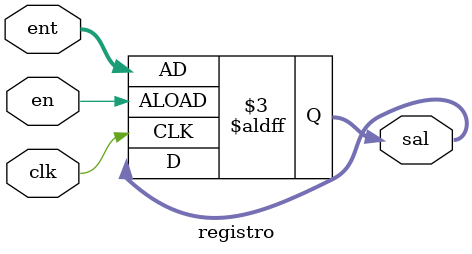
<source format=v>
`timescale 1ns / 1ps

module registro(clk, en, ent, sal);
	parameter n = 32;
	input clk, en;
	input [n-1:0] ent;
	output reg [n-1:0] sal;
	
	always @ (posedge clk or posedge en)
		begin 
			if (en == 1)
				sal <= ent;
		end

endmodule


</source>
